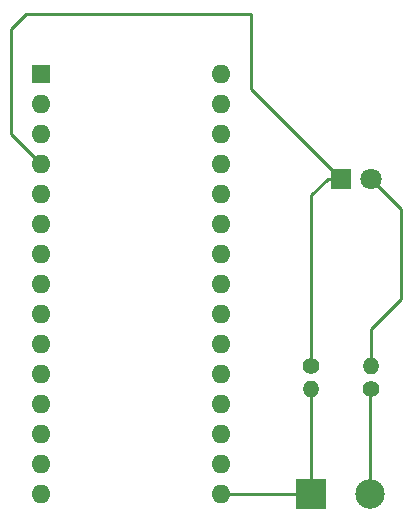
<source format=gbr>
G04 #@! TF.GenerationSoftware,KiCad,Pcbnew,5.1.5+dfsg1-2build2*
G04 #@! TF.CreationDate,2022-10-07T20:11:41-07:00*
G04 #@! TF.ProjectId,kicad intro project,6b696361-6420-4696-9e74-726f2070726f,rev?*
G04 #@! TF.SameCoordinates,Original*
G04 #@! TF.FileFunction,Copper,L1,Top*
G04 #@! TF.FilePolarity,Positive*
%FSLAX46Y46*%
G04 Gerber Fmt 4.6, Leading zero omitted, Abs format (unit mm)*
G04 Created by KiCad (PCBNEW 5.1.5+dfsg1-2build2) date 2022-10-07 20:11:41*
%MOMM*%
%LPD*%
G04 APERTURE LIST*
%ADD10C,2.500000*%
%ADD11R,2.500000X2.500000*%
%ADD12O,1.400000X1.400000*%
%ADD13C,1.400000*%
%ADD14C,1.800000*%
%ADD15R,1.800000X1.800000*%
%ADD16O,1.600000X1.600000*%
%ADD17R,1.600000X1.600000*%
%ADD18C,0.250000*%
G04 APERTURE END LIST*
D10*
X128190000Y-101600000D03*
D11*
X123190000Y-101600000D03*
D12*
X123190000Y-92710000D03*
D13*
X123190000Y-90810000D03*
D12*
X128270000Y-90810000D03*
D13*
X128270000Y-92710000D03*
D14*
X128270000Y-74930000D03*
D15*
X125730000Y-74930000D03*
D16*
X115570000Y-101600000D03*
X100330000Y-101600000D03*
X115570000Y-66040000D03*
X100330000Y-99060000D03*
X115570000Y-68580000D03*
X100330000Y-96520000D03*
X115570000Y-71120000D03*
X100330000Y-93980000D03*
X115570000Y-73660000D03*
X100330000Y-91440000D03*
X115570000Y-76200000D03*
X100330000Y-88900000D03*
X115570000Y-78740000D03*
X100330000Y-86360000D03*
X115570000Y-81280000D03*
X100330000Y-83820000D03*
X115570000Y-83820000D03*
X100330000Y-81280000D03*
X115570000Y-86360000D03*
X100330000Y-78740000D03*
X115570000Y-88900000D03*
X100330000Y-76200000D03*
X115570000Y-91440000D03*
X100330000Y-73660000D03*
X115570000Y-93980000D03*
X100330000Y-71120000D03*
X115570000Y-96520000D03*
X100330000Y-68580000D03*
X115570000Y-99060000D03*
D17*
X100330000Y-66040000D03*
D18*
X124580000Y-74930000D02*
X125730000Y-74930000D01*
X123190000Y-76320000D02*
X124580000Y-74930000D01*
X123190000Y-90810000D02*
X123190000Y-76320000D01*
X118110000Y-67310000D02*
X125730000Y-74930000D01*
X99060000Y-60960000D02*
X118110000Y-60960000D01*
X97790000Y-62230000D02*
X99060000Y-60960000D01*
X118110000Y-60960000D02*
X118110000Y-67310000D01*
X97790000Y-71120000D02*
X97790000Y-62230000D01*
X100330000Y-73660000D02*
X97790000Y-71120000D01*
X123190000Y-101600000D02*
X115570000Y-101600000D01*
X123190000Y-101600000D02*
X123190000Y-92710000D01*
X128270000Y-90810000D02*
X128270000Y-87630000D01*
X128270000Y-87630000D02*
X130810000Y-85090000D01*
X130810000Y-77470000D02*
X128270000Y-74930000D01*
X130810000Y-85090000D02*
X130810000Y-77470000D01*
X128190000Y-92790000D02*
X128270000Y-92710000D01*
X128190000Y-101600000D02*
X128190000Y-92790000D01*
M02*

</source>
